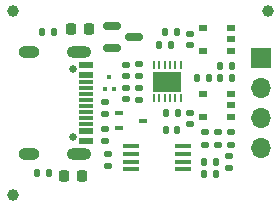
<source format=gbr>
%TF.GenerationSoftware,KiCad,Pcbnew,7.0.8-7.0.8~ubuntu22.04.1*%
%TF.CreationDate,2023-10-30T09:28:09+01:00*%
%TF.ProjectId,usb2serial-autovtg,75736232-7365-4726-9961-6c2d6175746f,rev?*%
%TF.SameCoordinates,Original*%
%TF.FileFunction,Soldermask,Top*%
%TF.FilePolarity,Negative*%
%FSLAX46Y46*%
G04 Gerber Fmt 4.6, Leading zero omitted, Abs format (unit mm)*
G04 Created by KiCad (PCBNEW 7.0.8-7.0.8~ubuntu22.04.1) date 2023-10-30 09:28:09*
%MOMM*%
%LPD*%
G01*
G04 APERTURE LIST*
G04 Aperture macros list*
%AMRoundRect*
0 Rectangle with rounded corners*
0 $1 Rounding radius*
0 $2 $3 $4 $5 $6 $7 $8 $9 X,Y pos of 4 corners*
0 Add a 4 corners polygon primitive as box body*
4,1,4,$2,$3,$4,$5,$6,$7,$8,$9,$2,$3,0*
0 Add four circle primitives for the rounded corners*
1,1,$1+$1,$2,$3*
1,1,$1+$1,$4,$5*
1,1,$1+$1,$6,$7*
1,1,$1+$1,$8,$9*
0 Add four rect primitives between the rounded corners*
20,1,$1+$1,$2,$3,$4,$5,0*
20,1,$1+$1,$4,$5,$6,$7,0*
20,1,$1+$1,$6,$7,$8,$9,0*
20,1,$1+$1,$8,$9,$2,$3,0*%
G04 Aperture macros list end*
%ADD10RoundRect,0.140000X0.170000X-0.140000X0.170000X0.140000X-0.170000X0.140000X-0.170000X-0.140000X0*%
%ADD11RoundRect,0.140000X-0.170000X0.140000X-0.170000X-0.140000X0.170000X-0.140000X0.170000X0.140000X0*%
%ADD12RoundRect,0.140000X0.140000X0.170000X-0.140000X0.170000X-0.140000X-0.170000X0.140000X-0.170000X0*%
%ADD13RoundRect,0.140000X-0.140000X-0.170000X0.140000X-0.170000X0.140000X0.170000X-0.140000X0.170000X0*%
%ADD14RoundRect,0.218750X-0.218750X-0.256250X0.218750X-0.256250X0.218750X0.256250X-0.218750X0.256250X0*%
%ADD15RoundRect,0.135000X0.185000X-0.135000X0.185000X0.135000X-0.185000X0.135000X-0.185000X-0.135000X0*%
%ADD16RoundRect,0.135000X-0.185000X0.135000X-0.185000X-0.135000X0.185000X-0.135000X0.185000X0.135000X0*%
%ADD17RoundRect,0.135000X0.135000X0.185000X-0.135000X0.185000X-0.135000X-0.185000X0.135000X-0.185000X0*%
%ADD18R,0.250000X0.700000*%
%ADD19R,2.380000X1.660000*%
%ADD20R,0.700000X0.510000*%
%ADD21R,1.700000X1.700000*%
%ADD22O,1.700000X1.700000*%
%ADD23RoundRect,0.135000X-0.135000X-0.185000X0.135000X-0.185000X0.135000X0.185000X-0.135000X0.185000X0*%
%ADD24C,1.000000*%
%ADD25RoundRect,0.150000X-0.587500X-0.150000X0.587500X-0.150000X0.587500X0.150000X-0.587500X0.150000X0*%
%ADD26RoundRect,0.218750X0.218750X0.256250X-0.218750X0.256250X-0.218750X-0.256250X0.218750X-0.256250X0*%
%ADD27R,0.400000X0.450000*%
%ADD28R,0.700000X0.450000*%
%ADD29C,0.650000*%
%ADD30R,1.150000X0.600000*%
%ADD31R,1.150000X0.300000*%
%ADD32O,2.100000X1.000000*%
%ADD33O,1.800000X1.000000*%
%ADD34R,1.450000X0.450000*%
G04 APERTURE END LIST*
D10*
X144800000Y-74700000D03*
X144800000Y-73740000D03*
D11*
X144800000Y-75720000D03*
X144800000Y-76680000D03*
D12*
X148580000Y-72100000D03*
X147620000Y-72100000D03*
D13*
X148220000Y-77800000D03*
X149180000Y-77800000D03*
D14*
X140125000Y-70700000D03*
X141700000Y-70700000D03*
D15*
X145900000Y-76720000D03*
X145900000Y-75700000D03*
D16*
X145900000Y-73680000D03*
X145900000Y-74700000D03*
D17*
X151820000Y-74900000D03*
X150800000Y-74900000D03*
D18*
X147175000Y-76600000D03*
X147625000Y-76600000D03*
X148075000Y-76600000D03*
X148525000Y-76600000D03*
X148975000Y-76600000D03*
X149425000Y-76600000D03*
X149425000Y-73800000D03*
X148975000Y-73800000D03*
X148525000Y-73800000D03*
X148075000Y-73800000D03*
X147625000Y-73800000D03*
X147175000Y-73800000D03*
D19*
X148300000Y-75200000D03*
D20*
X153660000Y-72550000D03*
X153660000Y-71600000D03*
X153660000Y-70650000D03*
X151340000Y-70650000D03*
X151340000Y-72550000D03*
D21*
X156200000Y-73200000D03*
D22*
X156200000Y-75740000D03*
X156200000Y-78280000D03*
X156200000Y-80820000D03*
D17*
X153800000Y-73850000D03*
X152780000Y-73850000D03*
X149110000Y-71000000D03*
X148090000Y-71000000D03*
D16*
X143000000Y-79190000D03*
X143000000Y-80210000D03*
D23*
X151390000Y-82000000D03*
X152410000Y-82000000D03*
D15*
X151500000Y-80510000D03*
X151500000Y-79490000D03*
D16*
X153500000Y-81490000D03*
X153500000Y-82510000D03*
D17*
X153800000Y-74900000D03*
X152780000Y-74900000D03*
D24*
X135200000Y-69200000D03*
D25*
X143625000Y-70450000D03*
X143625000Y-72350000D03*
X145500000Y-71400000D03*
D23*
X137690000Y-71000000D03*
X138710000Y-71000000D03*
D13*
X151440000Y-83000000D03*
X152400000Y-83000000D03*
D12*
X149160000Y-79300000D03*
X148200000Y-79300000D03*
D26*
X141087500Y-83200000D03*
X139512500Y-83200000D03*
D16*
X153700000Y-79490000D03*
X153700000Y-80510000D03*
D20*
X153660000Y-78150000D03*
X153660000Y-77200000D03*
X153660000Y-76250000D03*
X151340000Y-76250000D03*
X151340000Y-78150000D03*
D15*
X152600000Y-80510000D03*
X152600000Y-79490000D03*
D10*
X150200000Y-72080000D03*
X150200000Y-71120000D03*
D24*
X135200000Y-84800000D03*
D27*
X143000000Y-75850000D03*
X143800000Y-75850000D03*
X143400000Y-74800000D03*
D24*
X156800000Y-69200000D03*
D16*
X143000000Y-76880000D03*
X143000000Y-77900000D03*
D15*
X143300000Y-82300000D03*
X143300000Y-81280000D03*
D10*
X150200000Y-78800000D03*
X150200000Y-77840000D03*
D28*
X144200000Y-77850000D03*
X144200000Y-79150000D03*
X146200000Y-78500000D03*
D29*
X140305000Y-74110000D03*
X140305000Y-79890000D03*
D30*
X141380000Y-73800000D03*
X141380000Y-74600000D03*
D31*
X141380000Y-75750000D03*
X141380000Y-76750000D03*
X141380000Y-77250000D03*
X141380000Y-78250000D03*
D30*
X141380000Y-79400000D03*
X141380000Y-80200000D03*
X141380000Y-80200000D03*
X141380000Y-79400000D03*
D31*
X141380000Y-78750000D03*
X141380000Y-77750000D03*
X141380000Y-76250000D03*
X141380000Y-75250000D03*
D30*
X141380000Y-74600000D03*
X141380000Y-73800000D03*
D32*
X140805000Y-72680000D03*
D33*
X136625000Y-72680000D03*
D32*
X140805000Y-81320000D03*
D33*
X136625000Y-81320000D03*
D34*
X145200000Y-80650000D03*
X145200000Y-81300000D03*
X145200000Y-81950000D03*
X145200000Y-82600000D03*
X149600000Y-82600000D03*
X149600000Y-81950000D03*
X149600000Y-81300000D03*
X149600000Y-80650000D03*
D12*
X138260000Y-82900000D03*
X137300000Y-82900000D03*
M02*

</source>
